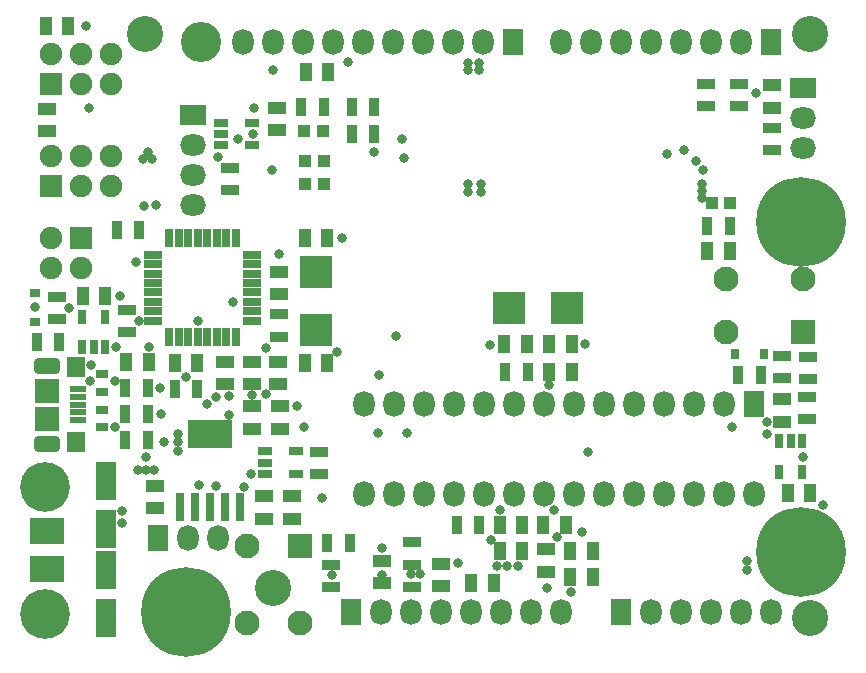
<source format=gts>
G04*
G04 #@! TF.GenerationSoftware,Altium Limited,Altium Designer,20.1.14 (287)*
G04*
G04 Layer_Color=8388736*
%FSLAX44Y44*%
%MOMM*%
G71*
G04*
G04 #@! TF.SameCoordinates,62FEBE6E-F3EC-4242-810F-CB492347D0CA*
G04*
G04*
G04 #@! TF.FilePolarity,Negative*
G04*
G01*
G75*
%ADD36R,0.8000X2.4000*%
%ADD37R,3.7000X2.4000*%
%ADD38R,2.7000X2.8000*%
%ADD39R,2.8000X2.7000*%
%ADD40R,1.3000X0.8000*%
%ADD41R,0.8000X1.3000*%
%ADD42R,1.8000X3.2000*%
%ADD43C,3.0480*%
%ADD44R,2.9000X2.2000*%
%ADD45R,1.0000X1.0000*%
%ADD46R,1.4500X0.5000*%
%ADD47R,1.6000X1.8000*%
%ADD48R,2.1000X2.1000*%
%ADD49R,1.6200X0.6700*%
%ADD50R,0.6700X1.6200*%
%ADD51R,0.8858X0.7588*%
%ADD52R,0.7588X0.8858*%
%ADD53R,1.5000X0.9000*%
%ADD54R,0.9000X1.5000*%
%ADD55R,1.1000X0.8000*%
%ADD56R,1.5000X1.1000*%
%ADD57R,1.1000X1.5000*%
%ADD58C,3.4000*%
%ADD59C,4.2000*%
%ADD60O,1.8000X2.2000*%
%ADD61R,1.8000X2.2000*%
%ADD62C,7.6000*%
%ADD63C,1.9000*%
%ADD64R,1.9000X1.9000*%
%ADD65R,2.2000X1.8000*%
%ADD66O,2.2000X1.8000*%
%ADD67C,2.1000*%
%ADD68R,2.1000X2.1000*%
G04:AMPARAMS|DCode=69|XSize=2.2mm|YSize=1.4mm|CornerRadius=0.4mm|HoleSize=0mm|Usage=FLASHONLY|Rotation=0.000|XOffset=0mm|YOffset=0mm|HoleType=Round|Shape=RoundedRectangle|*
%AMROUNDEDRECTD69*
21,1,2.2000,0.6000,0,0,0.0*
21,1,1.4000,1.4000,0,0,0.0*
1,1,0.8000,0.7000,-0.3000*
1,1,0.8000,-0.7000,-0.3000*
1,1,0.8000,-0.7000,0.3000*
1,1,0.8000,0.7000,0.3000*
%
%ADD69ROUNDEDRECTD69*%
%ADD70C,0.8000*%
D36*
X134600Y114000D02*
D03*
X147300D02*
D03*
X160000D02*
D03*
X172700D02*
D03*
X185400D02*
D03*
D37*
X160000Y176000D02*
D03*
D38*
X462500Y283000D02*
D03*
X413500D02*
D03*
D39*
X250000Y264500D02*
D03*
Y313500D02*
D03*
D40*
X170000Y439500D02*
D03*
Y430000D02*
D03*
Y420500D02*
D03*
X196000Y439500D02*
D03*
Y420500D02*
D03*
X207000Y161500D02*
D03*
Y152000D02*
D03*
Y142500D02*
D03*
X233000Y161500D02*
D03*
Y142500D02*
D03*
D41*
X52250Y249500D02*
D03*
X61750D02*
D03*
X71250D02*
D03*
X52250Y275500D02*
D03*
X71250D02*
D03*
X661500Y170000D02*
D03*
X652000D02*
D03*
X642500D02*
D03*
X661500Y144000D02*
D03*
X642500D02*
D03*
D42*
X72000Y136500D02*
D03*
Y95500D02*
D03*
Y61000D02*
D03*
Y20000D02*
D03*
D43*
X214000Y46000D02*
D03*
X668000Y20000D02*
D03*
X105000Y515000D02*
D03*
X668000D02*
D03*
D44*
X22000Y94000D02*
D03*
Y62000D02*
D03*
D45*
X601000Y372000D02*
D03*
X585000D02*
D03*
X256000Y433000D02*
D03*
X240000D02*
D03*
X257000Y407000D02*
D03*
X241000D02*
D03*
X257000Y388000D02*
D03*
X241000D02*
D03*
D46*
X48745Y188000D02*
D03*
Y207500D02*
D03*
Y201000D02*
D03*
Y194500D02*
D03*
Y214000D02*
D03*
D47*
X46495Y169000D02*
D03*
Y233000D02*
D03*
D48*
X21995Y189000D02*
D03*
Y213000D02*
D03*
X236500Y81500D02*
D03*
D49*
X196000Y272000D02*
D03*
Y280000D02*
D03*
Y288000D02*
D03*
Y296000D02*
D03*
Y304000D02*
D03*
Y312000D02*
D03*
Y320000D02*
D03*
Y328000D02*
D03*
X112000D02*
D03*
Y320000D02*
D03*
Y312000D02*
D03*
Y304000D02*
D03*
Y296000D02*
D03*
Y288000D02*
D03*
Y280000D02*
D03*
Y272000D02*
D03*
D50*
X182000Y342000D02*
D03*
X174000D02*
D03*
X166000D02*
D03*
X158000D02*
D03*
X150000D02*
D03*
X142000D02*
D03*
X134000D02*
D03*
X126000D02*
D03*
Y258000D02*
D03*
X134000D02*
D03*
X142000D02*
D03*
X150000D02*
D03*
X158000D02*
D03*
X166000D02*
D03*
X174000D02*
D03*
X182000D02*
D03*
D51*
X12000Y295192D02*
D03*
Y270808D02*
D03*
D52*
X604808Y243500D02*
D03*
X629192D02*
D03*
D53*
X177000Y382500D02*
D03*
Y401500D02*
D03*
X90000Y281500D02*
D03*
Y262500D02*
D03*
X219000Y258500D02*
D03*
Y277500D02*
D03*
X608000Y453500D02*
D03*
Y472500D02*
D03*
X580250Y453500D02*
D03*
Y472500D02*
D03*
X636000Y416500D02*
D03*
Y435500D02*
D03*
X666000Y188500D02*
D03*
Y207500D02*
D03*
X31000Y273500D02*
D03*
Y292500D02*
D03*
X667000Y241500D02*
D03*
Y222500D02*
D03*
X263000Y65500D02*
D03*
Y46500D02*
D03*
X253000Y142000D02*
D03*
Y161000D02*
D03*
X645000Y242500D02*
D03*
Y223500D02*
D03*
X331000Y84500D02*
D03*
Y65500D02*
D03*
Y65500D02*
D03*
Y46500D02*
D03*
D54*
X280500Y453000D02*
D03*
X299500D02*
D03*
X280500Y430000D02*
D03*
X299500D02*
D03*
X100500Y349000D02*
D03*
X81500D02*
D03*
X88500Y215000D02*
D03*
X107500D02*
D03*
X88500Y193000D02*
D03*
X107500D02*
D03*
X88500Y171000D02*
D03*
X107500D02*
D03*
X388500Y99000D02*
D03*
X369500D02*
D03*
X607750Y226250D02*
D03*
X626750D02*
D03*
X256500Y453000D02*
D03*
X237500D02*
D03*
X429500Y229000D02*
D03*
X410500D02*
D03*
X600500Y352000D02*
D03*
X581500D02*
D03*
X13500Y254000D02*
D03*
X32500D02*
D03*
X278500Y84000D02*
D03*
X259500D02*
D03*
X130500Y214000D02*
D03*
X149500D02*
D03*
D55*
X69000Y211750D02*
D03*
Y226750D02*
D03*
Y196750D02*
D03*
Y181750D02*
D03*
D56*
X218000Y237500D02*
D03*
Y218500D02*
D03*
X196000Y218500D02*
D03*
Y237500D02*
D03*
X219000Y313500D02*
D03*
Y294500D02*
D03*
X173000Y218500D02*
D03*
Y237500D02*
D03*
X22750Y451750D02*
D03*
Y432750D02*
D03*
X636000Y452500D02*
D03*
Y471500D02*
D03*
X114000Y132500D02*
D03*
Y113500D02*
D03*
X206000Y123500D02*
D03*
Y104500D02*
D03*
X306000Y69000D02*
D03*
Y50000D02*
D03*
X356000Y66500D02*
D03*
Y47500D02*
D03*
X217000Y433500D02*
D03*
Y452500D02*
D03*
X220000Y199500D02*
D03*
Y180500D02*
D03*
X645000Y186500D02*
D03*
Y205500D02*
D03*
X230000Y123500D02*
D03*
Y104500D02*
D03*
X196000Y180500D02*
D03*
Y199500D02*
D03*
X445000Y59500D02*
D03*
Y78500D02*
D03*
D57*
X149500Y236000D02*
D03*
X130500D02*
D03*
X259500Y342000D02*
D03*
X240500D02*
D03*
X259500Y236000D02*
D03*
X240500D02*
D03*
X400500Y50000D02*
D03*
X381500D02*
D03*
X40500Y522000D02*
D03*
X21500D02*
D03*
X465500Y77000D02*
D03*
X484500D02*
D03*
X447500Y229000D02*
D03*
X466500D02*
D03*
X241500Y483000D02*
D03*
X260500D02*
D03*
X405500Y77000D02*
D03*
X424500D02*
D03*
X405500Y99000D02*
D03*
X424500D02*
D03*
X442500D02*
D03*
X461500D02*
D03*
X409500Y252000D02*
D03*
X428500D02*
D03*
X466500D02*
D03*
X447500D02*
D03*
X668500Y126000D02*
D03*
X649500D02*
D03*
X71500Y293250D02*
D03*
X52500D02*
D03*
X108500Y237000D02*
D03*
X89500D02*
D03*
X600500Y331000D02*
D03*
X581500D02*
D03*
X465500Y55000D02*
D03*
X484500D02*
D03*
D58*
X152400Y508000D02*
D03*
D59*
X21000Y24000D02*
D03*
Y131000D02*
D03*
D60*
X187960Y508000D02*
D03*
X213360D02*
D03*
X238760D02*
D03*
X264160D02*
D03*
X289560D02*
D03*
X314960D02*
D03*
X340360D02*
D03*
X365760D02*
D03*
X391160D02*
D03*
X457200Y25400D02*
D03*
X431800D02*
D03*
X406400D02*
D03*
X381000D02*
D03*
X355600D02*
D03*
X330200D02*
D03*
X304800D02*
D03*
X457200Y508000D02*
D03*
X482600D02*
D03*
X508000D02*
D03*
X533400D02*
D03*
X558800D02*
D03*
X584200D02*
D03*
X609600D02*
D03*
X533400Y25400D02*
D03*
X558800D02*
D03*
X584200D02*
D03*
X609600D02*
D03*
X635000D02*
D03*
X141600Y88000D02*
D03*
X167000D02*
D03*
X290450Y125730D02*
D03*
X315850D02*
D03*
X341250D02*
D03*
X366650D02*
D03*
X392050D02*
D03*
X417450D02*
D03*
X442850D02*
D03*
X468250D02*
D03*
X493650D02*
D03*
X519050D02*
D03*
X544450D02*
D03*
X569850D02*
D03*
X595250D02*
D03*
X290450Y201930D02*
D03*
X315850D02*
D03*
X341250D02*
D03*
X366650D02*
D03*
X392050D02*
D03*
X417450D02*
D03*
X442850D02*
D03*
X468250D02*
D03*
X493650D02*
D03*
X519050D02*
D03*
X544450D02*
D03*
X569850D02*
D03*
X595250D02*
D03*
X620650Y125730D02*
D03*
D61*
X416560Y508000D02*
D03*
X279400Y25400D02*
D03*
X635000Y508000D02*
D03*
X508000Y25400D02*
D03*
X116200Y88000D02*
D03*
X620650Y201930D02*
D03*
D62*
X139700Y25400D02*
D03*
X660400Y76200D02*
D03*
Y355600D02*
D03*
D63*
X76200Y497840D02*
D03*
X50800D02*
D03*
X25400D02*
D03*
X76200Y472440D02*
D03*
X50800D02*
D03*
X76200Y411480D02*
D03*
X50800D02*
D03*
X25400D02*
D03*
X76200Y386080D02*
D03*
X50800D02*
D03*
X25400Y316600D02*
D03*
X50800D02*
D03*
X25400Y342000D02*
D03*
D64*
Y472440D02*
D03*
Y386080D02*
D03*
X50800Y342000D02*
D03*
D65*
X146000Y446000D02*
D03*
X662000Y469000D02*
D03*
D66*
X146000Y420600D02*
D03*
Y395200D02*
D03*
Y369800D02*
D03*
X662000Y443600D02*
D03*
Y418200D02*
D03*
D67*
X597500Y262500D02*
D03*
Y307500D02*
D03*
X662500D02*
D03*
X236500Y16500D02*
D03*
X191500D02*
D03*
Y81500D02*
D03*
D68*
X662500Y262500D02*
D03*
D69*
X21995Y234000D02*
D03*
Y168000D02*
D03*
D70*
X299000Y415000D02*
D03*
X55750Y522000D02*
D03*
X106000Y157000D02*
D03*
X113000Y146000D02*
D03*
X106000D02*
D03*
X99000D02*
D03*
X121000Y169000D02*
D03*
X133000Y162000D02*
D03*
Y169000D02*
D03*
X388000Y490000D02*
D03*
X379000D02*
D03*
X388000Y484000D02*
D03*
X379000D02*
D03*
X267780Y245280D02*
D03*
X390000Y388000D02*
D03*
Y381000D02*
D03*
X379000Y388000D02*
D03*
X318000Y259000D02*
D03*
X577000Y376000D02*
D03*
Y382000D02*
D03*
X615000Y61000D02*
D03*
Y69000D02*
D03*
X679000Y116000D02*
D03*
X662061Y157000D02*
D03*
X480000Y161000D02*
D03*
X445250Y46000D02*
D03*
X403000Y64000D02*
D03*
X412000D02*
D03*
X338344Y57665D02*
D03*
X108000Y415000D02*
D03*
X104000Y409000D02*
D03*
X151000Y133000D02*
D03*
X571594Y407594D02*
D03*
X547000Y413000D02*
D03*
X578000Y400000D02*
D03*
X577000Y388000D02*
D03*
X562000Y417000D02*
D03*
X323000Y426000D02*
D03*
X213000Y400000D02*
D03*
X325000Y410000D02*
D03*
X379000Y381000D02*
D03*
X214000Y484000D02*
D03*
X623000Y465000D02*
D03*
X198000Y452000D02*
D03*
X197000Y430000D02*
D03*
X183750Y426000D02*
D03*
X167000Y411000D02*
D03*
X602000Y182000D02*
D03*
X277000Y491250D02*
D03*
X176000Y192000D02*
D03*
Y208000D02*
D03*
X86000Y101000D02*
D03*
X421000Y64000D02*
D03*
X58000Y452000D02*
D03*
X632000Y176000D02*
D03*
Y186000D02*
D03*
X306000Y80000D02*
D03*
X255000Y122000D02*
D03*
X370006Y66883D02*
D03*
X41160Y283000D02*
D03*
X12000Y284000D02*
D03*
X86000Y111000D02*
D03*
X58621Y221133D02*
D03*
X60000Y234750D02*
D03*
X196000Y209000D02*
D03*
X80000Y221327D02*
D03*
X208000Y249250D02*
D03*
X452000Y111830D02*
D03*
X405648D02*
D03*
X189500Y131250D02*
D03*
X133000Y176000D02*
D03*
X84000Y293000D02*
D03*
X447500Y217750D02*
D03*
X478000Y252000D02*
D03*
X397750Y251750D02*
D03*
X108500Y249500D02*
D03*
X140000Y224160D02*
D03*
X150000Y272250D02*
D03*
X234000Y199500D02*
D03*
X179750Y288000D02*
D03*
X219000Y328250D02*
D03*
X272000Y341750D02*
D03*
X453830Y88840D02*
D03*
X398000Y86250D02*
D03*
X195000Y142500D02*
D03*
X165250Y132000D02*
D03*
X80750Y249500D02*
D03*
X79750Y181750D02*
D03*
X111000Y408750D02*
D03*
X263250Y57000D02*
D03*
X306000D02*
D03*
X330750Y57750D02*
D03*
X465750Y42500D02*
D03*
X97814Y321879D02*
D03*
X104750Y369250D02*
D03*
X100160Y272000D02*
D03*
X114750Y369750D02*
D03*
X240000Y182000D02*
D03*
X475250Y93500D02*
D03*
X207840Y210340D02*
D03*
X165500Y207250D02*
D03*
X158000Y201250D02*
D03*
X118250Y215000D02*
D03*
X118500Y193000D02*
D03*
X327500Y177000D02*
D03*
X302750Y177250D02*
D03*
X303000Y225750D02*
D03*
M02*

</source>
